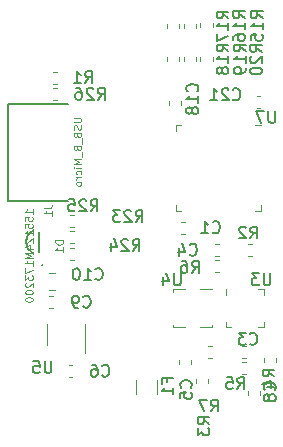
<source format=gbr>
G04 #@! TF.GenerationSoftware,KiCad,Pcbnew,(5.1.4)-1*
G04 #@! TF.CreationDate,2019-11-29T20:46:52-07:00*
G04 #@! TF.ProjectId,CruiseController,43727569-7365-4436-9f6e-74726f6c6c65,rev?*
G04 #@! TF.SameCoordinates,Original*
G04 #@! TF.FileFunction,Legend,Bot*
G04 #@! TF.FilePolarity,Positive*
%FSLAX46Y46*%
G04 Gerber Fmt 4.6, Leading zero omitted, Abs format (unit mm)*
G04 Created by KiCad (PCBNEW (5.1.4)-1) date 2019-11-29 20:46:52*
%MOMM*%
%LPD*%
G04 APERTURE LIST*
%ADD10C,0.127000*%
%ADD11C,0.120000*%
%ADD12C,0.050000*%
%ADD13C,0.150000*%
G04 APERTURE END LIST*
D10*
X101700000Y-91900000D02*
G75*
G03X101700000Y-91900000I-50000J0D01*
G01*
X100950001Y-90950000D02*
G75*
G02X100950000Y-88950000I466307J1000000D01*
G01*
X101400000Y-90800000D02*
X101400000Y-89100000D01*
D11*
X113474721Y-88240000D02*
X113800279Y-88240000D01*
X113474721Y-89260000D02*
X113800279Y-89260000D01*
X104362779Y-88660000D02*
X104037221Y-88660000D01*
X104362779Y-87640000D02*
X104037221Y-87640000D01*
X104362779Y-91460000D02*
X104037221Y-91460000D01*
X104362779Y-90440000D02*
X104037221Y-90440000D01*
X104350279Y-90060000D02*
X104024721Y-90060000D01*
X104350279Y-89040000D02*
X104024721Y-89040000D01*
D10*
X98750000Y-78300000D02*
X103901000Y-78300000D01*
X98750000Y-86500000D02*
X98750000Y-78300000D01*
X103901000Y-86500000D02*
X98750000Y-86500000D01*
D11*
X116625279Y-91168000D02*
X116299721Y-91168000D01*
X116625279Y-90148000D02*
X116299721Y-90148000D01*
X113290000Y-100275279D02*
X113290000Y-99949721D01*
X114310000Y-100275279D02*
X114310000Y-99949721D01*
X118912779Y-99768000D02*
X118587221Y-99768000D01*
X118912779Y-98748000D02*
X118587221Y-98748000D01*
X115090000Y-74625279D02*
X115090000Y-74299721D01*
X116110000Y-74625279D02*
X116110000Y-74299721D01*
X112290000Y-71825279D02*
X112290000Y-71499721D01*
X113310000Y-71825279D02*
X113310000Y-71499721D01*
X113690000Y-71812779D02*
X113690000Y-71487221D01*
X114710000Y-71812779D02*
X114710000Y-71487221D01*
X113310000Y-74299721D02*
X113310000Y-74625279D01*
X112290000Y-74299721D02*
X112290000Y-74625279D01*
X112390000Y-78375279D02*
X112390000Y-78049721D01*
X113410000Y-78375279D02*
X113410000Y-78049721D01*
X114710000Y-74299721D02*
X114710000Y-74625279D01*
X113690000Y-74299721D02*
X113690000Y-74625279D01*
X102278922Y-92590000D02*
X102796078Y-92590000D01*
X102278922Y-94010000D02*
X102796078Y-94010000D01*
X120162779Y-78610000D02*
X119837221Y-78610000D01*
X120162779Y-77590000D02*
X119837221Y-77590000D01*
X115090000Y-71775279D02*
X115090000Y-71449721D01*
X116110000Y-71775279D02*
X116110000Y-71449721D01*
X119722500Y-80090000D02*
X120197500Y-80090000D01*
X112977500Y-87310000D02*
X112977500Y-86835000D01*
X113452500Y-87310000D02*
X112977500Y-87310000D01*
X120197500Y-87310000D02*
X120197500Y-86835000D01*
X119722500Y-87310000D02*
X120197500Y-87310000D01*
X112977500Y-80090000D02*
X112977500Y-80565000D01*
X113452500Y-80090000D02*
X112977500Y-80090000D01*
X117240000Y-94423000D02*
X117240000Y-93948000D01*
X120460000Y-97168000D02*
X119985000Y-97168000D01*
X120460000Y-96693000D02*
X120460000Y-97168000D01*
X120460000Y-93948000D02*
X119985000Y-93948000D01*
X120460000Y-94423000D02*
X120460000Y-93948000D01*
X117240000Y-97168000D02*
X117715000Y-97168000D01*
X117240000Y-96693000D02*
X117240000Y-97168000D01*
X102950279Y-77910000D02*
X102624721Y-77910000D01*
X102950279Y-76890000D02*
X102624721Y-76890000D01*
X116025000Y-97183000D02*
X116025000Y-96958000D01*
X112775000Y-96958000D02*
X112775000Y-97183000D01*
X112775000Y-94158000D02*
X112775000Y-93933000D01*
X116025000Y-97183000D02*
X115050000Y-97183000D01*
X113750000Y-93933000D02*
X112775000Y-93933000D01*
X116025000Y-93933000D02*
X115050000Y-93933000D01*
X113750000Y-97183000D02*
X112775000Y-97183000D01*
X102249721Y-94490000D02*
X102575279Y-94490000D01*
X102249721Y-95510000D02*
X102575279Y-95510000D01*
X121460000Y-99757721D02*
X121460000Y-100083279D01*
X120440000Y-99757721D02*
X120440000Y-100083279D01*
X103924721Y-100390000D02*
X104250279Y-100390000D01*
X103924721Y-101410000D02*
X104250279Y-101410000D01*
X116062779Y-99810000D02*
X115737221Y-99810000D01*
X116062779Y-98790000D02*
X115737221Y-98790000D01*
X114690000Y-101862779D02*
X114690000Y-101537221D01*
X115710000Y-101862779D02*
X115710000Y-101537221D01*
X120110000Y-102545221D02*
X120110000Y-102870779D01*
X119090000Y-102545221D02*
X119090000Y-102870779D01*
X118637221Y-100090000D02*
X118962779Y-100090000D01*
X118637221Y-101110000D02*
X118962779Y-101110000D01*
X119475279Y-91168000D02*
X119149721Y-91168000D01*
X119475279Y-90148000D02*
X119149721Y-90148000D01*
X102637221Y-75590000D02*
X102962779Y-75590000D01*
X102637221Y-76610000D02*
X102962779Y-76610000D01*
X116324721Y-91498000D02*
X116650279Y-91498000D01*
X116324721Y-92518000D02*
X116650279Y-92518000D01*
X105310000Y-96900000D02*
X105310000Y-99350000D01*
X102090000Y-98700000D02*
X102090000Y-96900000D01*
X109590000Y-102802064D02*
X109590000Y-101597936D01*
X111410000Y-102802064D02*
X111410000Y-101597936D01*
D12*
X103448271Y-89801830D02*
X102807436Y-89801830D01*
X102807436Y-89954410D01*
X102837952Y-90045958D01*
X102898984Y-90106990D01*
X102960016Y-90137506D01*
X103082080Y-90168022D01*
X103173627Y-90168022D01*
X103295691Y-90137506D01*
X103356723Y-90106990D01*
X103417755Y-90045958D01*
X103448271Y-89954410D01*
X103448271Y-89801830D01*
X103448271Y-90778341D02*
X103448271Y-90412149D01*
X103448271Y-90595245D02*
X102807436Y-90595245D01*
X102898984Y-90534213D01*
X102960016Y-90473181D01*
X102990532Y-90412149D01*
X100889812Y-87561232D02*
X100889812Y-87195152D01*
X100889812Y-87378192D02*
X100249173Y-87378192D01*
X100340693Y-87317179D01*
X100401706Y-87256166D01*
X100432213Y-87195152D01*
X100249173Y-88140857D02*
X100249173Y-87835791D01*
X100554240Y-87805285D01*
X100523733Y-87835791D01*
X100493226Y-87896805D01*
X100493226Y-88049338D01*
X100523733Y-88110351D01*
X100554240Y-88140857D01*
X100615253Y-88171364D01*
X100767786Y-88171364D01*
X100828799Y-88140857D01*
X100859306Y-88110351D01*
X100889812Y-88049338D01*
X100889812Y-87896805D01*
X100859306Y-87835791D01*
X100828799Y-87805285D01*
X100249173Y-88750990D02*
X100249173Y-88445924D01*
X100554240Y-88415417D01*
X100523733Y-88445924D01*
X100493226Y-88506937D01*
X100493226Y-88659470D01*
X100523733Y-88720483D01*
X100554240Y-88750990D01*
X100615253Y-88781496D01*
X100767786Y-88781496D01*
X100828799Y-88750990D01*
X100859306Y-88720483D01*
X100889812Y-88659470D01*
X100889812Y-88506937D01*
X100859306Y-88445924D01*
X100828799Y-88415417D01*
X100889812Y-89391629D02*
X100889812Y-89025549D01*
X100889812Y-89208589D02*
X100249173Y-89208589D01*
X100340693Y-89147576D01*
X100401706Y-89086563D01*
X100432213Y-89025549D01*
X100310187Y-89635682D02*
X100279680Y-89666188D01*
X100249173Y-89727202D01*
X100249173Y-89879735D01*
X100279680Y-89940748D01*
X100310187Y-89971255D01*
X100371200Y-90001761D01*
X100432213Y-90001761D01*
X100523733Y-89971255D01*
X100889812Y-89605175D01*
X100889812Y-90001761D01*
X100462720Y-90550880D02*
X100889812Y-90550880D01*
X100218667Y-90398347D02*
X100676266Y-90245814D01*
X100676266Y-90642400D01*
X100889812Y-90886453D02*
X100249173Y-90886453D01*
X100706773Y-91100000D01*
X100249173Y-91313546D01*
X100889812Y-91313546D01*
X100889812Y-91954185D02*
X100889812Y-91588105D01*
X100889812Y-91771145D02*
X100249173Y-91771145D01*
X100340693Y-91710132D01*
X100401706Y-91649119D01*
X100432213Y-91588105D01*
X100249173Y-92167731D02*
X100249173Y-92594824D01*
X100889812Y-92320264D01*
X100249173Y-92777864D02*
X100249173Y-93174450D01*
X100493226Y-92960903D01*
X100493226Y-93052423D01*
X100523733Y-93113436D01*
X100554240Y-93143943D01*
X100615253Y-93174450D01*
X100767786Y-93174450D01*
X100828799Y-93143943D01*
X100859306Y-93113436D01*
X100889812Y-93052423D01*
X100889812Y-92869383D01*
X100859306Y-92808370D01*
X100828799Y-92777864D01*
X100310187Y-93418503D02*
X100279680Y-93449009D01*
X100249173Y-93510022D01*
X100249173Y-93662556D01*
X100279680Y-93723569D01*
X100310187Y-93754075D01*
X100371200Y-93784582D01*
X100432213Y-93784582D01*
X100523733Y-93754075D01*
X100889812Y-93387996D01*
X100889812Y-93784582D01*
X100249173Y-94181168D02*
X100249173Y-94242181D01*
X100279680Y-94303195D01*
X100310187Y-94333701D01*
X100371200Y-94364208D01*
X100493226Y-94394714D01*
X100645759Y-94394714D01*
X100767786Y-94364208D01*
X100828799Y-94333701D01*
X100859306Y-94303195D01*
X100889812Y-94242181D01*
X100889812Y-94181168D01*
X100859306Y-94120155D01*
X100828799Y-94089648D01*
X100767786Y-94059142D01*
X100645759Y-94028635D01*
X100493226Y-94028635D01*
X100371200Y-94059142D01*
X100310187Y-94089648D01*
X100279680Y-94120155D01*
X100249173Y-94181168D01*
X100249173Y-94791300D02*
X100249173Y-94852314D01*
X100279680Y-94913327D01*
X100310187Y-94943834D01*
X100371200Y-94974340D01*
X100493226Y-95004847D01*
X100645759Y-95004847D01*
X100767786Y-94974340D01*
X100828799Y-94943834D01*
X100859306Y-94913327D01*
X100889812Y-94852314D01*
X100889812Y-94791300D01*
X100859306Y-94730287D01*
X100828799Y-94699781D01*
X100767786Y-94669274D01*
X100645759Y-94638767D01*
X100493226Y-94638767D01*
X100371200Y-94669274D01*
X100310187Y-94699781D01*
X100279680Y-94730287D01*
X100249173Y-94791300D01*
D13*
X116116666Y-89107142D02*
X116164285Y-89154761D01*
X116307142Y-89202380D01*
X116402380Y-89202380D01*
X116545238Y-89154761D01*
X116640476Y-89059523D01*
X116688095Y-88964285D01*
X116735714Y-88773809D01*
X116735714Y-88630952D01*
X116688095Y-88440476D01*
X116640476Y-88345238D01*
X116545238Y-88250000D01*
X116402380Y-88202380D01*
X116307142Y-88202380D01*
X116164285Y-88250000D01*
X116116666Y-88297619D01*
X115164285Y-89202380D02*
X115735714Y-89202380D01*
X115450000Y-89202380D02*
X115450000Y-88202380D01*
X115545238Y-88345238D01*
X115640476Y-88440476D01*
X115735714Y-88488095D01*
X105792857Y-87352380D02*
X106126190Y-86876190D01*
X106364285Y-87352380D02*
X106364285Y-86352380D01*
X105983333Y-86352380D01*
X105888095Y-86400000D01*
X105840476Y-86447619D01*
X105792857Y-86542857D01*
X105792857Y-86685714D01*
X105840476Y-86780952D01*
X105888095Y-86828571D01*
X105983333Y-86876190D01*
X106364285Y-86876190D01*
X105411904Y-86447619D02*
X105364285Y-86400000D01*
X105269047Y-86352380D01*
X105030952Y-86352380D01*
X104935714Y-86400000D01*
X104888095Y-86447619D01*
X104840476Y-86542857D01*
X104840476Y-86638095D01*
X104888095Y-86780952D01*
X105459523Y-87352380D01*
X104840476Y-87352380D01*
X103935714Y-86352380D02*
X104411904Y-86352380D01*
X104459523Y-86828571D01*
X104411904Y-86780952D01*
X104316666Y-86733333D01*
X104078571Y-86733333D01*
X103983333Y-86780952D01*
X103935714Y-86828571D01*
X103888095Y-86923809D01*
X103888095Y-87161904D01*
X103935714Y-87257142D01*
X103983333Y-87304761D01*
X104078571Y-87352380D01*
X104316666Y-87352380D01*
X104411904Y-87304761D01*
X104459523Y-87257142D01*
X109342857Y-90702380D02*
X109676190Y-90226190D01*
X109914285Y-90702380D02*
X109914285Y-89702380D01*
X109533333Y-89702380D01*
X109438095Y-89750000D01*
X109390476Y-89797619D01*
X109342857Y-89892857D01*
X109342857Y-90035714D01*
X109390476Y-90130952D01*
X109438095Y-90178571D01*
X109533333Y-90226190D01*
X109914285Y-90226190D01*
X108961904Y-89797619D02*
X108914285Y-89750000D01*
X108819047Y-89702380D01*
X108580952Y-89702380D01*
X108485714Y-89750000D01*
X108438095Y-89797619D01*
X108390476Y-89892857D01*
X108390476Y-89988095D01*
X108438095Y-90130952D01*
X109009523Y-90702380D01*
X108390476Y-90702380D01*
X107533333Y-90035714D02*
X107533333Y-90702380D01*
X107771428Y-89654761D02*
X108009523Y-90369047D01*
X107390476Y-90369047D01*
X109592857Y-88252380D02*
X109926190Y-87776190D01*
X110164285Y-88252380D02*
X110164285Y-87252380D01*
X109783333Y-87252380D01*
X109688095Y-87300000D01*
X109640476Y-87347619D01*
X109592857Y-87442857D01*
X109592857Y-87585714D01*
X109640476Y-87680952D01*
X109688095Y-87728571D01*
X109783333Y-87776190D01*
X110164285Y-87776190D01*
X109211904Y-87347619D02*
X109164285Y-87300000D01*
X109069047Y-87252380D01*
X108830952Y-87252380D01*
X108735714Y-87300000D01*
X108688095Y-87347619D01*
X108640476Y-87442857D01*
X108640476Y-87538095D01*
X108688095Y-87680952D01*
X109259523Y-88252380D01*
X108640476Y-88252380D01*
X108307142Y-87252380D02*
X107688095Y-87252380D01*
X108021428Y-87633333D01*
X107878571Y-87633333D01*
X107783333Y-87680952D01*
X107735714Y-87728571D01*
X107688095Y-87823809D01*
X107688095Y-88061904D01*
X107735714Y-88157142D01*
X107783333Y-88204761D01*
X107878571Y-88252380D01*
X108164285Y-88252380D01*
X108259523Y-88204761D01*
X108307142Y-88157142D01*
D12*
X101854958Y-87089974D02*
X102305012Y-87089974D01*
X102395023Y-87059971D01*
X102455030Y-86999963D01*
X102485034Y-86909952D01*
X102485034Y-86849945D01*
X102485034Y-87720050D02*
X102485034Y-87360007D01*
X102485034Y-87540028D02*
X101854958Y-87540028D01*
X101944969Y-87480021D01*
X102004976Y-87420014D01*
X102034980Y-87360007D01*
X104354359Y-79444711D02*
X104865306Y-79444711D01*
X104925417Y-79474767D01*
X104955473Y-79504823D01*
X104985528Y-79564934D01*
X104985528Y-79685157D01*
X104955473Y-79745268D01*
X104925417Y-79775324D01*
X104865306Y-79805379D01*
X104354359Y-79805379D01*
X104955473Y-80075880D02*
X104985528Y-80166047D01*
X104985528Y-80316326D01*
X104955473Y-80376437D01*
X104925417Y-80406493D01*
X104865306Y-80436548D01*
X104805194Y-80436548D01*
X104745083Y-80406493D01*
X104715027Y-80376437D01*
X104684972Y-80316326D01*
X104654916Y-80196103D01*
X104624860Y-80135992D01*
X104594805Y-80105936D01*
X104534693Y-80075880D01*
X104474582Y-80075880D01*
X104414471Y-80105936D01*
X104384415Y-80135992D01*
X104354359Y-80196103D01*
X104354359Y-80346381D01*
X104384415Y-80436548D01*
X104654916Y-80917439D02*
X104684972Y-81007606D01*
X104715027Y-81037662D01*
X104775139Y-81067717D01*
X104865306Y-81067717D01*
X104925417Y-81037662D01*
X104955473Y-81007606D01*
X104985528Y-80947495D01*
X104985528Y-80707049D01*
X104354359Y-80707049D01*
X104354359Y-80917439D01*
X104384415Y-80977550D01*
X104414471Y-81007606D01*
X104474582Y-81037662D01*
X104534693Y-81037662D01*
X104594805Y-81007606D01*
X104624860Y-80977550D01*
X104654916Y-80917439D01*
X104654916Y-80707049D01*
X105045640Y-81187940D02*
X105045640Y-81668831D01*
X104654916Y-82029499D02*
X104684972Y-82119666D01*
X104715027Y-82149721D01*
X104775139Y-82179777D01*
X104865306Y-82179777D01*
X104925417Y-82149721D01*
X104955473Y-82119666D01*
X104985528Y-82059554D01*
X104985528Y-81819109D01*
X104354359Y-81819109D01*
X104354359Y-82029499D01*
X104384415Y-82089610D01*
X104414471Y-82119666D01*
X104474582Y-82149721D01*
X104534693Y-82149721D01*
X104594805Y-82119666D01*
X104624860Y-82089610D01*
X104654916Y-82029499D01*
X104654916Y-81819109D01*
X105045640Y-82300000D02*
X105045640Y-82780890D01*
X104985528Y-82931169D02*
X104354359Y-82931169D01*
X104805194Y-83141558D01*
X104354359Y-83351948D01*
X104985528Y-83351948D01*
X104985528Y-83652505D02*
X104564749Y-83652505D01*
X104354359Y-83652505D02*
X104384415Y-83622449D01*
X104414471Y-83652505D01*
X104384415Y-83682560D01*
X104354359Y-83652505D01*
X104414471Y-83652505D01*
X104955473Y-84223562D02*
X104985528Y-84163451D01*
X104985528Y-84043228D01*
X104955473Y-83983117D01*
X104925417Y-83953061D01*
X104865306Y-83923006D01*
X104684972Y-83923006D01*
X104624860Y-83953061D01*
X104594805Y-83983117D01*
X104564749Y-84043228D01*
X104564749Y-84163451D01*
X104594805Y-84223562D01*
X104985528Y-84494063D02*
X104564749Y-84494063D01*
X104684972Y-84494063D02*
X104624860Y-84524119D01*
X104594805Y-84554175D01*
X104564749Y-84614286D01*
X104564749Y-84674397D01*
X104985528Y-84974954D02*
X104955473Y-84914843D01*
X104925417Y-84884787D01*
X104865306Y-84854731D01*
X104684972Y-84854731D01*
X104624860Y-84884787D01*
X104594805Y-84914843D01*
X104564749Y-84974954D01*
X104564749Y-85065121D01*
X104594805Y-85125232D01*
X104624860Y-85155288D01*
X104684972Y-85185344D01*
X104865306Y-85185344D01*
X104925417Y-85155288D01*
X104955473Y-85125232D01*
X104985528Y-85065121D01*
X104985528Y-84974954D01*
D13*
X114166666Y-91007142D02*
X114214285Y-91054761D01*
X114357142Y-91102380D01*
X114452380Y-91102380D01*
X114595238Y-91054761D01*
X114690476Y-90959523D01*
X114738095Y-90864285D01*
X114785714Y-90673809D01*
X114785714Y-90530952D01*
X114738095Y-90340476D01*
X114690476Y-90245238D01*
X114595238Y-90150000D01*
X114452380Y-90102380D01*
X114357142Y-90102380D01*
X114214285Y-90150000D01*
X114166666Y-90197619D01*
X113309523Y-90435714D02*
X113309523Y-91102380D01*
X113547619Y-90054761D02*
X113785714Y-90769047D01*
X113166666Y-90769047D01*
X114257142Y-102283333D02*
X114304761Y-102235714D01*
X114352380Y-102092857D01*
X114352380Y-101997619D01*
X114304761Y-101854761D01*
X114209523Y-101759523D01*
X114114285Y-101711904D01*
X113923809Y-101664285D01*
X113780952Y-101664285D01*
X113590476Y-101711904D01*
X113495238Y-101759523D01*
X113400000Y-101854761D01*
X113352380Y-101997619D01*
X113352380Y-102092857D01*
X113400000Y-102235714D01*
X113447619Y-102283333D01*
X113352380Y-103188095D02*
X113352380Y-102711904D01*
X113828571Y-102664285D01*
X113780952Y-102711904D01*
X113733333Y-102807142D01*
X113733333Y-103045238D01*
X113780952Y-103140476D01*
X113828571Y-103188095D01*
X113923809Y-103235714D01*
X114161904Y-103235714D01*
X114257142Y-103188095D01*
X114304761Y-103140476D01*
X114352380Y-103045238D01*
X114352380Y-102807142D01*
X114304761Y-102711904D01*
X114257142Y-102664285D01*
X119266666Y-98557142D02*
X119314285Y-98604761D01*
X119457142Y-98652380D01*
X119552380Y-98652380D01*
X119695238Y-98604761D01*
X119790476Y-98509523D01*
X119838095Y-98414285D01*
X119885714Y-98223809D01*
X119885714Y-98080952D01*
X119838095Y-97890476D01*
X119790476Y-97795238D01*
X119695238Y-97700000D01*
X119552380Y-97652380D01*
X119457142Y-97652380D01*
X119314285Y-97700000D01*
X119266666Y-97747619D01*
X118933333Y-97652380D02*
X118314285Y-97652380D01*
X118647619Y-98033333D01*
X118504761Y-98033333D01*
X118409523Y-98080952D01*
X118361904Y-98128571D01*
X118314285Y-98223809D01*
X118314285Y-98461904D01*
X118361904Y-98557142D01*
X118409523Y-98604761D01*
X118504761Y-98652380D01*
X118790476Y-98652380D01*
X118885714Y-98604761D01*
X118933333Y-98557142D01*
X117452380Y-73807142D02*
X116976190Y-73473809D01*
X117452380Y-73235714D02*
X116452380Y-73235714D01*
X116452380Y-73616666D01*
X116500000Y-73711904D01*
X116547619Y-73759523D01*
X116642857Y-73807142D01*
X116785714Y-73807142D01*
X116880952Y-73759523D01*
X116928571Y-73711904D01*
X116976190Y-73616666D01*
X116976190Y-73235714D01*
X117452380Y-74759523D02*
X117452380Y-74188095D01*
X117452380Y-74473809D02*
X116452380Y-74473809D01*
X116595238Y-74378571D01*
X116690476Y-74283333D01*
X116738095Y-74188095D01*
X116880952Y-75330952D02*
X116833333Y-75235714D01*
X116785714Y-75188095D01*
X116690476Y-75140476D01*
X116642857Y-75140476D01*
X116547619Y-75188095D01*
X116500000Y-75235714D01*
X116452380Y-75330952D01*
X116452380Y-75521428D01*
X116500000Y-75616666D01*
X116547619Y-75664285D01*
X116642857Y-75711904D01*
X116690476Y-75711904D01*
X116785714Y-75664285D01*
X116833333Y-75616666D01*
X116880952Y-75521428D01*
X116880952Y-75330952D01*
X116928571Y-75235714D01*
X116976190Y-75188095D01*
X117071428Y-75140476D01*
X117261904Y-75140476D01*
X117357142Y-75188095D01*
X117404761Y-75235714D01*
X117452380Y-75330952D01*
X117452380Y-75521428D01*
X117404761Y-75616666D01*
X117357142Y-75664285D01*
X117261904Y-75711904D01*
X117071428Y-75711904D01*
X116976190Y-75664285D01*
X116928571Y-75616666D01*
X116880952Y-75521428D01*
X117452380Y-71019642D02*
X116976190Y-70686309D01*
X117452380Y-70448214D02*
X116452380Y-70448214D01*
X116452380Y-70829166D01*
X116500000Y-70924404D01*
X116547619Y-70972023D01*
X116642857Y-71019642D01*
X116785714Y-71019642D01*
X116880952Y-70972023D01*
X116928571Y-70924404D01*
X116976190Y-70829166D01*
X116976190Y-70448214D01*
X117452380Y-71972023D02*
X117452380Y-71400595D01*
X117452380Y-71686309D02*
X116452380Y-71686309D01*
X116595238Y-71591071D01*
X116690476Y-71495833D01*
X116738095Y-71400595D01*
X116452380Y-72305357D02*
X116452380Y-72972023D01*
X117452380Y-72543452D01*
X118852380Y-71007142D02*
X118376190Y-70673809D01*
X118852380Y-70435714D02*
X117852380Y-70435714D01*
X117852380Y-70816666D01*
X117900000Y-70911904D01*
X117947619Y-70959523D01*
X118042857Y-71007142D01*
X118185714Y-71007142D01*
X118280952Y-70959523D01*
X118328571Y-70911904D01*
X118376190Y-70816666D01*
X118376190Y-70435714D01*
X118852380Y-71959523D02*
X118852380Y-71388095D01*
X118852380Y-71673809D02*
X117852380Y-71673809D01*
X117995238Y-71578571D01*
X118090476Y-71483333D01*
X118138095Y-71388095D01*
X117852380Y-72816666D02*
X117852380Y-72626190D01*
X117900000Y-72530952D01*
X117947619Y-72483333D01*
X118090476Y-72388095D01*
X118280952Y-72340476D01*
X118661904Y-72340476D01*
X118757142Y-72388095D01*
X118804761Y-72435714D01*
X118852380Y-72530952D01*
X118852380Y-72721428D01*
X118804761Y-72816666D01*
X118757142Y-72864285D01*
X118661904Y-72911904D01*
X118423809Y-72911904D01*
X118328571Y-72864285D01*
X118280952Y-72816666D01*
X118233333Y-72721428D01*
X118233333Y-72530952D01*
X118280952Y-72435714D01*
X118328571Y-72388095D01*
X118423809Y-72340476D01*
X120302380Y-73857142D02*
X119826190Y-73523809D01*
X120302380Y-73285714D02*
X119302380Y-73285714D01*
X119302380Y-73666666D01*
X119350000Y-73761904D01*
X119397619Y-73809523D01*
X119492857Y-73857142D01*
X119635714Y-73857142D01*
X119730952Y-73809523D01*
X119778571Y-73761904D01*
X119826190Y-73666666D01*
X119826190Y-73285714D01*
X119397619Y-74238095D02*
X119350000Y-74285714D01*
X119302380Y-74380952D01*
X119302380Y-74619047D01*
X119350000Y-74714285D01*
X119397619Y-74761904D01*
X119492857Y-74809523D01*
X119588095Y-74809523D01*
X119730952Y-74761904D01*
X120302380Y-74190476D01*
X120302380Y-74809523D01*
X119302380Y-75428571D02*
X119302380Y-75523809D01*
X119350000Y-75619047D01*
X119397619Y-75666666D01*
X119492857Y-75714285D01*
X119683333Y-75761904D01*
X119921428Y-75761904D01*
X120111904Y-75714285D01*
X120207142Y-75666666D01*
X120254761Y-75619047D01*
X120302380Y-75523809D01*
X120302380Y-75428571D01*
X120254761Y-75333333D01*
X120207142Y-75285714D01*
X120111904Y-75238095D01*
X119921428Y-75190476D01*
X119683333Y-75190476D01*
X119492857Y-75238095D01*
X119397619Y-75285714D01*
X119350000Y-75333333D01*
X119302380Y-75428571D01*
X114807142Y-77207142D02*
X114854761Y-77159523D01*
X114902380Y-77016666D01*
X114902380Y-76921428D01*
X114854761Y-76778571D01*
X114759523Y-76683333D01*
X114664285Y-76635714D01*
X114473809Y-76588095D01*
X114330952Y-76588095D01*
X114140476Y-76635714D01*
X114045238Y-76683333D01*
X113950000Y-76778571D01*
X113902380Y-76921428D01*
X113902380Y-77016666D01*
X113950000Y-77159523D01*
X113997619Y-77207142D01*
X114902380Y-78159523D02*
X114902380Y-77588095D01*
X114902380Y-77873809D02*
X113902380Y-77873809D01*
X114045238Y-77778571D01*
X114140476Y-77683333D01*
X114188095Y-77588095D01*
X114330952Y-78730952D02*
X114283333Y-78635714D01*
X114235714Y-78588095D01*
X114140476Y-78540476D01*
X114092857Y-78540476D01*
X113997619Y-78588095D01*
X113950000Y-78635714D01*
X113902380Y-78730952D01*
X113902380Y-78921428D01*
X113950000Y-79016666D01*
X113997619Y-79064285D01*
X114092857Y-79111904D01*
X114140476Y-79111904D01*
X114235714Y-79064285D01*
X114283333Y-79016666D01*
X114330952Y-78921428D01*
X114330952Y-78730952D01*
X114378571Y-78635714D01*
X114426190Y-78588095D01*
X114521428Y-78540476D01*
X114711904Y-78540476D01*
X114807142Y-78588095D01*
X114854761Y-78635714D01*
X114902380Y-78730952D01*
X114902380Y-78921428D01*
X114854761Y-79016666D01*
X114807142Y-79064285D01*
X114711904Y-79111904D01*
X114521428Y-79111904D01*
X114426190Y-79064285D01*
X114378571Y-79016666D01*
X114330952Y-78921428D01*
X118902380Y-73807142D02*
X118426190Y-73473809D01*
X118902380Y-73235714D02*
X117902380Y-73235714D01*
X117902380Y-73616666D01*
X117950000Y-73711904D01*
X117997619Y-73759523D01*
X118092857Y-73807142D01*
X118235714Y-73807142D01*
X118330952Y-73759523D01*
X118378571Y-73711904D01*
X118426190Y-73616666D01*
X118426190Y-73235714D01*
X118902380Y-74759523D02*
X118902380Y-74188095D01*
X118902380Y-74473809D02*
X117902380Y-74473809D01*
X118045238Y-74378571D01*
X118140476Y-74283333D01*
X118188095Y-74188095D01*
X118902380Y-75235714D02*
X118902380Y-75426190D01*
X118854761Y-75521428D01*
X118807142Y-75569047D01*
X118664285Y-75664285D01*
X118473809Y-75711904D01*
X118092857Y-75711904D01*
X117997619Y-75664285D01*
X117950000Y-75616666D01*
X117902380Y-75521428D01*
X117902380Y-75330952D01*
X117950000Y-75235714D01*
X117997619Y-75188095D01*
X118092857Y-75140476D01*
X118330952Y-75140476D01*
X118426190Y-75188095D01*
X118473809Y-75235714D01*
X118521428Y-75330952D01*
X118521428Y-75521428D01*
X118473809Y-75616666D01*
X118426190Y-75664285D01*
X118330952Y-75711904D01*
X106192857Y-93057142D02*
X106240476Y-93104761D01*
X106383333Y-93152380D01*
X106478571Y-93152380D01*
X106621428Y-93104761D01*
X106716666Y-93009523D01*
X106764285Y-92914285D01*
X106811904Y-92723809D01*
X106811904Y-92580952D01*
X106764285Y-92390476D01*
X106716666Y-92295238D01*
X106621428Y-92200000D01*
X106478571Y-92152380D01*
X106383333Y-92152380D01*
X106240476Y-92200000D01*
X106192857Y-92247619D01*
X105240476Y-93152380D02*
X105811904Y-93152380D01*
X105526190Y-93152380D02*
X105526190Y-92152380D01*
X105621428Y-92295238D01*
X105716666Y-92390476D01*
X105811904Y-92438095D01*
X104621428Y-92152380D02*
X104526190Y-92152380D01*
X104430952Y-92200000D01*
X104383333Y-92247619D01*
X104335714Y-92342857D01*
X104288095Y-92533333D01*
X104288095Y-92771428D01*
X104335714Y-92961904D01*
X104383333Y-93057142D01*
X104430952Y-93104761D01*
X104526190Y-93152380D01*
X104621428Y-93152380D01*
X104716666Y-93104761D01*
X104764285Y-93057142D01*
X104811904Y-92961904D01*
X104859523Y-92771428D01*
X104859523Y-92533333D01*
X104811904Y-92342857D01*
X104764285Y-92247619D01*
X104716666Y-92200000D01*
X104621428Y-92152380D01*
X117830357Y-77857142D02*
X117877976Y-77904761D01*
X118020833Y-77952380D01*
X118116071Y-77952380D01*
X118258928Y-77904761D01*
X118354166Y-77809523D01*
X118401785Y-77714285D01*
X118449404Y-77523809D01*
X118449404Y-77380952D01*
X118401785Y-77190476D01*
X118354166Y-77095238D01*
X118258928Y-77000000D01*
X118116071Y-76952380D01*
X118020833Y-76952380D01*
X117877976Y-77000000D01*
X117830357Y-77047619D01*
X117449404Y-77047619D02*
X117401785Y-77000000D01*
X117306547Y-76952380D01*
X117068452Y-76952380D01*
X116973214Y-77000000D01*
X116925595Y-77047619D01*
X116877976Y-77142857D01*
X116877976Y-77238095D01*
X116925595Y-77380952D01*
X117497023Y-77952380D01*
X116877976Y-77952380D01*
X115925595Y-77952380D02*
X116497023Y-77952380D01*
X116211309Y-77952380D02*
X116211309Y-76952380D01*
X116306547Y-77095238D01*
X116401785Y-77190476D01*
X116497023Y-77238095D01*
X120352380Y-71007142D02*
X119876190Y-70673809D01*
X120352380Y-70435714D02*
X119352380Y-70435714D01*
X119352380Y-70816666D01*
X119400000Y-70911904D01*
X119447619Y-70959523D01*
X119542857Y-71007142D01*
X119685714Y-71007142D01*
X119780952Y-70959523D01*
X119828571Y-70911904D01*
X119876190Y-70816666D01*
X119876190Y-70435714D01*
X120352380Y-71959523D02*
X120352380Y-71388095D01*
X120352380Y-71673809D02*
X119352380Y-71673809D01*
X119495238Y-71578571D01*
X119590476Y-71483333D01*
X119638095Y-71388095D01*
X119352380Y-72864285D02*
X119352380Y-72388095D01*
X119828571Y-72340476D01*
X119780952Y-72388095D01*
X119733333Y-72483333D01*
X119733333Y-72721428D01*
X119780952Y-72816666D01*
X119828571Y-72864285D01*
X119923809Y-72911904D01*
X120161904Y-72911904D01*
X120257142Y-72864285D01*
X120304761Y-72816666D01*
X120352380Y-72721428D01*
X120352380Y-72483333D01*
X120304761Y-72388095D01*
X120257142Y-72340476D01*
X121411904Y-78852380D02*
X121411904Y-79661904D01*
X121364285Y-79757142D01*
X121316666Y-79804761D01*
X121221428Y-79852380D01*
X121030952Y-79852380D01*
X120935714Y-79804761D01*
X120888095Y-79757142D01*
X120840476Y-79661904D01*
X120840476Y-78852380D01*
X120459523Y-78852380D02*
X119792857Y-78852380D01*
X120221428Y-79852380D01*
X121011904Y-92602380D02*
X121011904Y-93411904D01*
X120964285Y-93507142D01*
X120916666Y-93554761D01*
X120821428Y-93602380D01*
X120630952Y-93602380D01*
X120535714Y-93554761D01*
X120488095Y-93507142D01*
X120440476Y-93411904D01*
X120440476Y-92602380D01*
X120059523Y-92602380D02*
X119440476Y-92602380D01*
X119773809Y-92983333D01*
X119630952Y-92983333D01*
X119535714Y-93030952D01*
X119488095Y-93078571D01*
X119440476Y-93173809D01*
X119440476Y-93411904D01*
X119488095Y-93507142D01*
X119535714Y-93554761D01*
X119630952Y-93602380D01*
X119916666Y-93602380D01*
X120011904Y-93554761D01*
X120059523Y-93507142D01*
X106392857Y-77902380D02*
X106726190Y-77426190D01*
X106964285Y-77902380D02*
X106964285Y-76902380D01*
X106583333Y-76902380D01*
X106488095Y-76950000D01*
X106440476Y-76997619D01*
X106392857Y-77092857D01*
X106392857Y-77235714D01*
X106440476Y-77330952D01*
X106488095Y-77378571D01*
X106583333Y-77426190D01*
X106964285Y-77426190D01*
X106011904Y-76997619D02*
X105964285Y-76950000D01*
X105869047Y-76902380D01*
X105630952Y-76902380D01*
X105535714Y-76950000D01*
X105488095Y-76997619D01*
X105440476Y-77092857D01*
X105440476Y-77188095D01*
X105488095Y-77330952D01*
X106059523Y-77902380D01*
X105440476Y-77902380D01*
X104583333Y-76902380D02*
X104773809Y-76902380D01*
X104869047Y-76950000D01*
X104916666Y-76997619D01*
X105011904Y-77140476D01*
X105059523Y-77330952D01*
X105059523Y-77711904D01*
X105011904Y-77807142D01*
X104964285Y-77854761D01*
X104869047Y-77902380D01*
X104678571Y-77902380D01*
X104583333Y-77854761D01*
X104535714Y-77807142D01*
X104488095Y-77711904D01*
X104488095Y-77473809D01*
X104535714Y-77378571D01*
X104583333Y-77330952D01*
X104678571Y-77283333D01*
X104869047Y-77283333D01*
X104964285Y-77330952D01*
X105011904Y-77378571D01*
X105059523Y-77473809D01*
X113411904Y-92602380D02*
X113411904Y-93411904D01*
X113364285Y-93507142D01*
X113316666Y-93554761D01*
X113221428Y-93602380D01*
X113030952Y-93602380D01*
X112935714Y-93554761D01*
X112888095Y-93507142D01*
X112840476Y-93411904D01*
X112840476Y-92602380D01*
X111935714Y-92935714D02*
X111935714Y-93602380D01*
X112173809Y-92554761D02*
X112411904Y-93269047D01*
X111792857Y-93269047D01*
X105166666Y-95407142D02*
X105214285Y-95454761D01*
X105357142Y-95502380D01*
X105452380Y-95502380D01*
X105595238Y-95454761D01*
X105690476Y-95359523D01*
X105738095Y-95264285D01*
X105785714Y-95073809D01*
X105785714Y-94930952D01*
X105738095Y-94740476D01*
X105690476Y-94645238D01*
X105595238Y-94550000D01*
X105452380Y-94502380D01*
X105357142Y-94502380D01*
X105214285Y-94550000D01*
X105166666Y-94597619D01*
X104690476Y-95502380D02*
X104500000Y-95502380D01*
X104404761Y-95454761D01*
X104357142Y-95407142D01*
X104261904Y-95264285D01*
X104214285Y-95073809D01*
X104214285Y-94692857D01*
X104261904Y-94597619D01*
X104309523Y-94550000D01*
X104404761Y-94502380D01*
X104595238Y-94502380D01*
X104690476Y-94550000D01*
X104738095Y-94597619D01*
X104785714Y-94692857D01*
X104785714Y-94930952D01*
X104738095Y-95026190D01*
X104690476Y-95073809D01*
X104595238Y-95121428D01*
X104404761Y-95121428D01*
X104309523Y-95073809D01*
X104261904Y-95026190D01*
X104214285Y-94930952D01*
X121357142Y-102483333D02*
X121404761Y-102435714D01*
X121452380Y-102292857D01*
X121452380Y-102197619D01*
X121404761Y-102054761D01*
X121309523Y-101959523D01*
X121214285Y-101911904D01*
X121023809Y-101864285D01*
X120880952Y-101864285D01*
X120690476Y-101911904D01*
X120595238Y-101959523D01*
X120500000Y-102054761D01*
X120452380Y-102197619D01*
X120452380Y-102292857D01*
X120500000Y-102435714D01*
X120547619Y-102483333D01*
X120880952Y-103054761D02*
X120833333Y-102959523D01*
X120785714Y-102911904D01*
X120690476Y-102864285D01*
X120642857Y-102864285D01*
X120547619Y-102911904D01*
X120500000Y-102959523D01*
X120452380Y-103054761D01*
X120452380Y-103245238D01*
X120500000Y-103340476D01*
X120547619Y-103388095D01*
X120642857Y-103435714D01*
X120690476Y-103435714D01*
X120785714Y-103388095D01*
X120833333Y-103340476D01*
X120880952Y-103245238D01*
X120880952Y-103054761D01*
X120928571Y-102959523D01*
X120976190Y-102911904D01*
X121071428Y-102864285D01*
X121261904Y-102864285D01*
X121357142Y-102911904D01*
X121404761Y-102959523D01*
X121452380Y-103054761D01*
X121452380Y-103245238D01*
X121404761Y-103340476D01*
X121357142Y-103388095D01*
X121261904Y-103435714D01*
X121071428Y-103435714D01*
X120976190Y-103388095D01*
X120928571Y-103340476D01*
X120880952Y-103245238D01*
X106754166Y-101257142D02*
X106801785Y-101304761D01*
X106944642Y-101352380D01*
X107039880Y-101352380D01*
X107182738Y-101304761D01*
X107277976Y-101209523D01*
X107325595Y-101114285D01*
X107373214Y-100923809D01*
X107373214Y-100780952D01*
X107325595Y-100590476D01*
X107277976Y-100495238D01*
X107182738Y-100400000D01*
X107039880Y-100352380D01*
X106944642Y-100352380D01*
X106801785Y-100400000D01*
X106754166Y-100447619D01*
X105897023Y-100352380D02*
X106087500Y-100352380D01*
X106182738Y-100400000D01*
X106230357Y-100447619D01*
X106325595Y-100590476D01*
X106373214Y-100780952D01*
X106373214Y-101161904D01*
X106325595Y-101257142D01*
X106277976Y-101304761D01*
X106182738Y-101352380D01*
X105992261Y-101352380D01*
X105897023Y-101304761D01*
X105849404Y-101257142D01*
X105801785Y-101161904D01*
X105801785Y-100923809D01*
X105849404Y-100828571D01*
X105897023Y-100780952D01*
X105992261Y-100733333D01*
X106182738Y-100733333D01*
X106277976Y-100780952D01*
X106325595Y-100828571D01*
X106373214Y-100923809D01*
X115966666Y-104302380D02*
X116300000Y-103826190D01*
X116538095Y-104302380D02*
X116538095Y-103302380D01*
X116157142Y-103302380D01*
X116061904Y-103350000D01*
X116014285Y-103397619D01*
X115966666Y-103492857D01*
X115966666Y-103635714D01*
X116014285Y-103730952D01*
X116061904Y-103778571D01*
X116157142Y-103826190D01*
X116538095Y-103826190D01*
X115633333Y-103302380D02*
X114966666Y-103302380D01*
X115395238Y-104302380D01*
X115852380Y-105383333D02*
X115376190Y-105050000D01*
X115852380Y-104811904D02*
X114852380Y-104811904D01*
X114852380Y-105192857D01*
X114900000Y-105288095D01*
X114947619Y-105335714D01*
X115042857Y-105383333D01*
X115185714Y-105383333D01*
X115280952Y-105335714D01*
X115328571Y-105288095D01*
X115376190Y-105192857D01*
X115376190Y-104811904D01*
X114852380Y-105716666D02*
X114852380Y-106335714D01*
X115233333Y-106002380D01*
X115233333Y-106145238D01*
X115280952Y-106240476D01*
X115328571Y-106288095D01*
X115423809Y-106335714D01*
X115661904Y-106335714D01*
X115757142Y-106288095D01*
X115804761Y-106240476D01*
X115852380Y-106145238D01*
X115852380Y-105859523D01*
X115804761Y-105764285D01*
X115757142Y-105716666D01*
X121352380Y-101341333D02*
X120876190Y-101008000D01*
X121352380Y-100769904D02*
X120352380Y-100769904D01*
X120352380Y-101150857D01*
X120400000Y-101246095D01*
X120447619Y-101293714D01*
X120542857Y-101341333D01*
X120685714Y-101341333D01*
X120780952Y-101293714D01*
X120828571Y-101246095D01*
X120876190Y-101150857D01*
X120876190Y-100769904D01*
X120685714Y-102198476D02*
X121352380Y-102198476D01*
X120304761Y-101960380D02*
X121019047Y-101722285D01*
X121019047Y-102341333D01*
X118216666Y-102402380D02*
X118550000Y-101926190D01*
X118788095Y-102402380D02*
X118788095Y-101402380D01*
X118407142Y-101402380D01*
X118311904Y-101450000D01*
X118264285Y-101497619D01*
X118216666Y-101592857D01*
X118216666Y-101735714D01*
X118264285Y-101830952D01*
X118311904Y-101878571D01*
X118407142Y-101926190D01*
X118788095Y-101926190D01*
X117311904Y-101402380D02*
X117788095Y-101402380D01*
X117835714Y-101878571D01*
X117788095Y-101830952D01*
X117692857Y-101783333D01*
X117454761Y-101783333D01*
X117359523Y-101830952D01*
X117311904Y-101878571D01*
X117264285Y-101973809D01*
X117264285Y-102211904D01*
X117311904Y-102307142D01*
X117359523Y-102354761D01*
X117454761Y-102402380D01*
X117692857Y-102402380D01*
X117788095Y-102354761D01*
X117835714Y-102307142D01*
X119316666Y-89652380D02*
X119650000Y-89176190D01*
X119888095Y-89652380D02*
X119888095Y-88652380D01*
X119507142Y-88652380D01*
X119411904Y-88700000D01*
X119364285Y-88747619D01*
X119316666Y-88842857D01*
X119316666Y-88985714D01*
X119364285Y-89080952D01*
X119411904Y-89128571D01*
X119507142Y-89176190D01*
X119888095Y-89176190D01*
X118935714Y-88747619D02*
X118888095Y-88700000D01*
X118792857Y-88652380D01*
X118554761Y-88652380D01*
X118459523Y-88700000D01*
X118411904Y-88747619D01*
X118364285Y-88842857D01*
X118364285Y-88938095D01*
X118411904Y-89080952D01*
X118983333Y-89652380D01*
X118364285Y-89652380D01*
X105316666Y-76502380D02*
X105650000Y-76026190D01*
X105888095Y-76502380D02*
X105888095Y-75502380D01*
X105507142Y-75502380D01*
X105411904Y-75550000D01*
X105364285Y-75597619D01*
X105316666Y-75692857D01*
X105316666Y-75835714D01*
X105364285Y-75930952D01*
X105411904Y-75978571D01*
X105507142Y-76026190D01*
X105888095Y-76026190D01*
X104364285Y-76502380D02*
X104935714Y-76502380D01*
X104650000Y-76502380D02*
X104650000Y-75502380D01*
X104745238Y-75645238D01*
X104840476Y-75740476D01*
X104935714Y-75788095D01*
X114366666Y-92552380D02*
X114700000Y-92076190D01*
X114938095Y-92552380D02*
X114938095Y-91552380D01*
X114557142Y-91552380D01*
X114461904Y-91600000D01*
X114414285Y-91647619D01*
X114366666Y-91742857D01*
X114366666Y-91885714D01*
X114414285Y-91980952D01*
X114461904Y-92028571D01*
X114557142Y-92076190D01*
X114938095Y-92076190D01*
X113509523Y-91552380D02*
X113700000Y-91552380D01*
X113795238Y-91600000D01*
X113842857Y-91647619D01*
X113938095Y-91790476D01*
X113985714Y-91980952D01*
X113985714Y-92361904D01*
X113938095Y-92457142D01*
X113890476Y-92504761D01*
X113795238Y-92552380D01*
X113604761Y-92552380D01*
X113509523Y-92504761D01*
X113461904Y-92457142D01*
X113414285Y-92361904D01*
X113414285Y-92123809D01*
X113461904Y-92028571D01*
X113509523Y-91980952D01*
X113604761Y-91933333D01*
X113795238Y-91933333D01*
X113890476Y-91980952D01*
X113938095Y-92028571D01*
X113985714Y-92123809D01*
X102461904Y-100052380D02*
X102461904Y-100861904D01*
X102414285Y-100957142D01*
X102366666Y-101004761D01*
X102271428Y-101052380D01*
X102080952Y-101052380D01*
X101985714Y-101004761D01*
X101938095Y-100957142D01*
X101890476Y-100861904D01*
X101890476Y-100052380D01*
X100938095Y-100052380D02*
X101414285Y-100052380D01*
X101461904Y-100528571D01*
X101414285Y-100480952D01*
X101319047Y-100433333D01*
X101080952Y-100433333D01*
X100985714Y-100480952D01*
X100938095Y-100528571D01*
X100890476Y-100623809D01*
X100890476Y-100861904D01*
X100938095Y-100957142D01*
X100985714Y-101004761D01*
X101080952Y-101052380D01*
X101319047Y-101052380D01*
X101414285Y-101004761D01*
X101461904Y-100957142D01*
X112278571Y-101816666D02*
X112278571Y-101483333D01*
X112802380Y-101483333D02*
X111802380Y-101483333D01*
X111802380Y-101959523D01*
X112802380Y-102864285D02*
X112802380Y-102292857D01*
X112802380Y-102578571D02*
X111802380Y-102578571D01*
X111945238Y-102483333D01*
X112040476Y-102388095D01*
X112088095Y-102292857D01*
M02*

</source>
